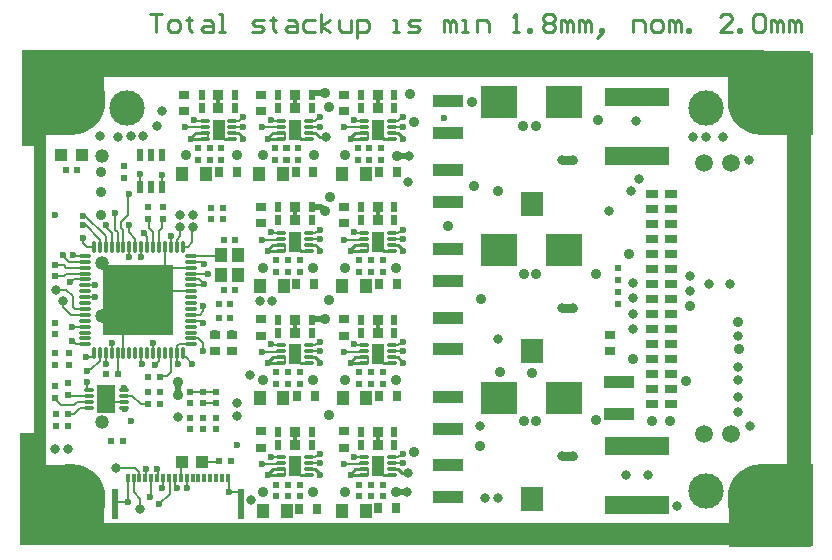
<source format=gtl>
G04 Layer_Physical_Order=1*
G04 Layer_Color=255*
%FSLAX25Y25*%
%MOIN*%
G70*
G01*
G75*
%ADD10R,0.12205X0.11024*%
%ADD11R,0.07480X0.07874*%
%ADD12R,0.00787X0.01969*%
%ADD13R,0.03937X0.06693*%
G04:AMPARAMS|DCode=14|XSize=11.81mil|YSize=31.5mil|CornerRadius=2.95mil|HoleSize=0mil|Usage=FLASHONLY|Rotation=270.000|XOffset=0mil|YOffset=0mil|HoleType=Round|Shape=RoundedRectangle|*
%AMROUNDEDRECTD14*
21,1,0.01181,0.02559,0,0,270.0*
21,1,0.00591,0.03150,0,0,270.0*
1,1,0.00591,-0.01280,-0.00295*
1,1,0.00591,-0.01280,0.00295*
1,1,0.00591,0.01280,0.00295*
1,1,0.00591,0.01280,-0.00295*
%
%ADD14ROUNDEDRECTD14*%
%ADD15R,0.04331X0.03937*%
%ADD16R,0.03543X0.03150*%
%ADD17R,0.02756X0.03543*%
%ADD18R,0.02362X0.03543*%
%ADD19R,0.03543X0.03543*%
%ADD20R,0.01181X0.01575*%
%ADD21R,0.04331X0.04724*%
%ADD22R,0.01181X0.02756*%
%ADD23R,0.02362X0.10236*%
%ADD24R,0.06496X0.09449*%
%ADD25R,0.23622X0.23622*%
G04:AMPARAMS|DCode=26|XSize=11.81mil|YSize=39.37mil|CornerRadius=4.72mil|HoleSize=0mil|Usage=FLASHONLY|Rotation=90.000|XOffset=0mil|YOffset=0mil|HoleType=Round|Shape=RoundedRectangle|*
%AMROUNDEDRECTD26*
21,1,0.01181,0.02992,0,0,90.0*
21,1,0.00236,0.03937,0,0,90.0*
1,1,0.00945,0.01496,0.00118*
1,1,0.00945,0.01496,-0.00118*
1,1,0.00945,-0.01496,-0.00118*
1,1,0.00945,-0.01496,0.00118*
%
%ADD26ROUNDEDRECTD26*%
G04:AMPARAMS|DCode=27|XSize=11.81mil|YSize=39.37mil|CornerRadius=4.72mil|HoleSize=0mil|Usage=FLASHONLY|Rotation=180.000|XOffset=0mil|YOffset=0mil|HoleType=Round|Shape=RoundedRectangle|*
%AMROUNDEDRECTD27*
21,1,0.01181,0.02992,0,0,180.0*
21,1,0.00236,0.03937,0,0,180.0*
1,1,0.00945,-0.00118,0.01496*
1,1,0.00945,0.00118,0.01496*
1,1,0.00945,0.00118,-0.01496*
1,1,0.00945,-0.00118,-0.01496*
%
%ADD27ROUNDEDRECTD27*%
%ADD28R,0.10236X0.04331*%
%ADD29R,0.02362X0.04134*%
%ADD30R,0.04488X0.02953*%
%ADD31R,0.02362X0.02362*%
%ADD32R,0.02362X0.02362*%
%ADD33R,0.03937X0.05118*%
%ADD34R,0.21260X0.05906*%
%ADD35C,0.00787*%
%ADD36C,0.01969*%
%ADD37C,0.00984*%
%ADD38C,0.00866*%
%ADD39C,0.03150*%
%ADD40C,0.01000*%
%ADD41R,0.16535X0.24213*%
%ADD42R,0.08169X1.32795*%
%ADD43R,0.27461X0.16535*%
%ADD44R,2.31299X0.07579*%
%ADD45R,0.03937X1.32677*%
%ADD46R,2.31693X0.09055*%
%ADD47C,0.04685*%
%ADD48C,0.11811*%
%ADD49C,0.23622*%
%ADD50C,0.05906*%
%ADD51C,0.03150*%
%ADD52C,0.03543*%
%ADD53C,0.02362*%
%ADD54C,0.02756*%
%ADD55R,0.06594X0.15354*%
%ADD56R,0.06594X0.21949*%
%ADD57R,0.06594X0.03543*%
%ADD58R,0.03543X0.06594*%
%ADD59R,0.05512X1.32795*%
%ADD60R,0.16535X0.27461*%
%ADD61R,0.25197X0.16535*%
%ADD62R,2.31299X0.04429*%
%ADD63R,2.31496X0.06299*%
D10*
X143237Y33757D02*
D03*
X164890D02*
D03*
Y82969D02*
D03*
X143237D02*
D03*
Y132182D02*
D03*
X164890D02*
D03*
D11*
X154063Y-101D02*
D03*
Y49111D02*
D03*
Y98324D02*
D03*
D12*
X46161Y121063D02*
D03*
X71752D02*
D03*
X99311D02*
D03*
Y83661D02*
D03*
X71752D02*
D03*
X99311Y46260D02*
D03*
X71752D02*
D03*
X99311Y8858D02*
D03*
X71752D02*
D03*
D13*
X49606Y123031D02*
D03*
X75197D02*
D03*
X102756D02*
D03*
Y85630D02*
D03*
X75197D02*
D03*
X102756Y48228D02*
D03*
X75197D02*
D03*
X102756Y10827D02*
D03*
X75197D02*
D03*
D14*
X44980Y120079D02*
D03*
Y122047D02*
D03*
Y124016D02*
D03*
Y125984D02*
D03*
X54232D02*
D03*
Y124016D02*
D03*
Y122047D02*
D03*
Y120079D02*
D03*
X70571D02*
D03*
Y122047D02*
D03*
Y124016D02*
D03*
Y125984D02*
D03*
X79823D02*
D03*
Y124016D02*
D03*
Y122047D02*
D03*
Y120079D02*
D03*
X98130D02*
D03*
Y122047D02*
D03*
Y124016D02*
D03*
Y125984D02*
D03*
X107382D02*
D03*
Y124016D02*
D03*
Y122047D02*
D03*
Y120079D02*
D03*
X98130Y82677D02*
D03*
Y84646D02*
D03*
Y86614D02*
D03*
Y88583D02*
D03*
X107382D02*
D03*
Y86614D02*
D03*
Y84646D02*
D03*
Y82677D02*
D03*
X70571D02*
D03*
Y84646D02*
D03*
Y86614D02*
D03*
Y88583D02*
D03*
X79823D02*
D03*
Y86614D02*
D03*
Y84646D02*
D03*
Y82677D02*
D03*
X98130Y45276D02*
D03*
Y47244D02*
D03*
Y49213D02*
D03*
Y51181D02*
D03*
X107382D02*
D03*
Y49213D02*
D03*
Y47244D02*
D03*
Y45276D02*
D03*
X70571D02*
D03*
Y47244D02*
D03*
Y49213D02*
D03*
Y51181D02*
D03*
X79823D02*
D03*
Y49213D02*
D03*
Y47244D02*
D03*
Y45276D02*
D03*
X98130Y7874D02*
D03*
Y9843D02*
D03*
Y11811D02*
D03*
Y13780D02*
D03*
X107382D02*
D03*
Y11811D02*
D03*
Y9843D02*
D03*
Y7874D02*
D03*
X70571D02*
D03*
Y9843D02*
D03*
Y11811D02*
D03*
Y13780D02*
D03*
X79823D02*
D03*
Y11811D02*
D03*
Y9843D02*
D03*
Y7874D02*
D03*
X6299Y30413D02*
D03*
Y32382D02*
D03*
Y34350D02*
D03*
Y36319D02*
D03*
X18110D02*
D03*
Y34350D02*
D03*
Y32382D02*
D03*
Y30413D02*
D03*
D15*
X3937Y114469D02*
D03*
X-2756D02*
D03*
X44094Y12402D02*
D03*
X37402D02*
D03*
D16*
X38189Y129232D02*
D03*
Y134744D02*
D03*
X63779Y129232D02*
D03*
Y134744D02*
D03*
X91339Y129232D02*
D03*
Y134744D02*
D03*
X63779Y91831D02*
D03*
Y97342D02*
D03*
X91339Y91831D02*
D03*
Y97342D02*
D03*
Y54429D02*
D03*
Y59941D02*
D03*
X63779Y54429D02*
D03*
Y59941D02*
D03*
Y17028D02*
D03*
Y22539D02*
D03*
X91339Y17028D02*
D03*
Y22539D02*
D03*
X53937Y54724D02*
D03*
Y49213D02*
D03*
X48425Y54724D02*
D03*
Y49213D02*
D03*
X180118Y49114D02*
D03*
Y54626D02*
D03*
D17*
X49705Y109055D02*
D03*
X55610D02*
D03*
X75295D02*
D03*
X81201D02*
D03*
X103051D02*
D03*
X108957D02*
D03*
X103051Y71653D02*
D03*
X108957D02*
D03*
X75492D02*
D03*
X81398D02*
D03*
X103248Y34252D02*
D03*
X109154D02*
D03*
X75689D02*
D03*
X81595D02*
D03*
X102854Y-3150D02*
D03*
X108760D02*
D03*
X76575Y-3248D02*
D03*
X82480D02*
D03*
D18*
X55020Y134547D02*
D03*
Y130217D02*
D03*
X43996D02*
D03*
Y134547D02*
D03*
X80610D02*
D03*
Y130217D02*
D03*
X69587D02*
D03*
Y134547D02*
D03*
X108169D02*
D03*
Y130217D02*
D03*
X97146D02*
D03*
Y134547D02*
D03*
X108169Y97146D02*
D03*
Y92815D02*
D03*
X97146D02*
D03*
Y97146D02*
D03*
X80610D02*
D03*
Y92815D02*
D03*
X69587D02*
D03*
Y97146D02*
D03*
X108169Y59744D02*
D03*
Y55413D02*
D03*
X97146D02*
D03*
Y59744D02*
D03*
X80610D02*
D03*
Y55413D02*
D03*
X69587D02*
D03*
Y59744D02*
D03*
X108169Y22343D02*
D03*
Y18012D02*
D03*
X97146D02*
D03*
Y22343D02*
D03*
X80610D02*
D03*
Y18012D02*
D03*
X69587D02*
D03*
Y22343D02*
D03*
D19*
X49508Y130217D02*
D03*
Y134547D02*
D03*
X75098Y130217D02*
D03*
Y134547D02*
D03*
X102657Y130217D02*
D03*
Y134547D02*
D03*
Y92815D02*
D03*
Y97146D02*
D03*
X75098Y92815D02*
D03*
Y97146D02*
D03*
X102657Y55413D02*
D03*
Y59744D02*
D03*
X75098Y55413D02*
D03*
Y59744D02*
D03*
X102657Y18012D02*
D03*
Y22343D02*
D03*
X75098Y18012D02*
D03*
Y22343D02*
D03*
D20*
X49508Y132382D02*
D03*
X75098D02*
D03*
X102657D02*
D03*
Y94980D02*
D03*
X75098D02*
D03*
X102657Y57579D02*
D03*
X75098D02*
D03*
X102657Y20177D02*
D03*
X75098D02*
D03*
D21*
X56004Y74606D02*
D03*
Y81299D02*
D03*
X50492D02*
D03*
Y74606D02*
D03*
D22*
X37008Y6890D02*
D03*
X35039D02*
D03*
X33071D02*
D03*
X31102D02*
D03*
X29134D02*
D03*
X27165D02*
D03*
X25197D02*
D03*
X23228D02*
D03*
X21260D02*
D03*
X19291D02*
D03*
X38976D02*
D03*
X40945D02*
D03*
X42913D02*
D03*
X44882D02*
D03*
X46850D02*
D03*
X48819D02*
D03*
X50787D02*
D03*
X52756D02*
D03*
D23*
X57087Y-1772D02*
D03*
X14961D02*
D03*
D24*
X12205Y33366D02*
D03*
D25*
X22835Y66240D02*
D03*
D26*
X5118Y51476D02*
D03*
Y53445D02*
D03*
Y55413D02*
D03*
Y57382D02*
D03*
Y59350D02*
D03*
Y61319D02*
D03*
Y63287D02*
D03*
Y65256D02*
D03*
Y67224D02*
D03*
Y69193D02*
D03*
Y71161D02*
D03*
Y73130D02*
D03*
Y75098D02*
D03*
Y77067D02*
D03*
Y79035D02*
D03*
Y81004D02*
D03*
X40551D02*
D03*
Y79035D02*
D03*
Y77067D02*
D03*
Y75098D02*
D03*
Y73130D02*
D03*
Y71161D02*
D03*
Y69193D02*
D03*
Y67224D02*
D03*
Y65256D02*
D03*
Y63287D02*
D03*
Y61319D02*
D03*
Y59350D02*
D03*
Y57382D02*
D03*
Y55413D02*
D03*
Y53445D02*
D03*
Y51476D02*
D03*
D27*
X8071Y83957D02*
D03*
X10039D02*
D03*
X12008D02*
D03*
X13976D02*
D03*
X15945D02*
D03*
X17913D02*
D03*
X19882D02*
D03*
X21850D02*
D03*
X23819D02*
D03*
X25787D02*
D03*
X27756D02*
D03*
X29724D02*
D03*
X31693D02*
D03*
X33661D02*
D03*
X35630D02*
D03*
X37598D02*
D03*
Y48524D02*
D03*
X35630D02*
D03*
X33661D02*
D03*
X31693D02*
D03*
X29724D02*
D03*
X27756D02*
D03*
X25787D02*
D03*
X23819D02*
D03*
X21850D02*
D03*
X19882D02*
D03*
X17913D02*
D03*
X15945D02*
D03*
X13976D02*
D03*
X12008D02*
D03*
X10039D02*
D03*
X8071D02*
D03*
D28*
X183071Y38780D02*
D03*
Y28150D02*
D03*
X125984Y11220D02*
D03*
Y591D02*
D03*
Y60433D02*
D03*
Y49803D02*
D03*
Y109646D02*
D03*
Y99016D02*
D03*
X126012Y34052D02*
D03*
Y23422D02*
D03*
Y83265D02*
D03*
Y72635D02*
D03*
Y132477D02*
D03*
Y121847D02*
D03*
D29*
X30807Y114567D02*
D03*
X27067D02*
D03*
X23327D02*
D03*
Y103937D02*
D03*
X27067D02*
D03*
X30807D02*
D03*
D30*
X194193Y31673D02*
D03*
Y36673D02*
D03*
Y41673D02*
D03*
Y46673D02*
D03*
Y51673D02*
D03*
Y56673D02*
D03*
Y61673D02*
D03*
Y66673D02*
D03*
Y71673D02*
D03*
Y76673D02*
D03*
Y81673D02*
D03*
Y86673D02*
D03*
Y91673D02*
D03*
Y96673D02*
D03*
Y101673D02*
D03*
X200335D02*
D03*
Y96673D02*
D03*
Y91673D02*
D03*
Y86673D02*
D03*
Y81673D02*
D03*
Y76673D02*
D03*
Y71673D02*
D03*
Y66673D02*
D03*
Y61673D02*
D03*
Y56673D02*
D03*
Y51673D02*
D03*
Y46673D02*
D03*
Y41673D02*
D03*
Y36673D02*
D03*
Y31673D02*
D03*
D31*
X182677Y65059D02*
D03*
Y68996D02*
D03*
Y76772D02*
D03*
Y72835D02*
D03*
X44390Y27067D02*
D03*
Y23130D02*
D03*
X40157Y27067D02*
D03*
Y23130D02*
D03*
X48622D02*
D03*
Y27067D02*
D03*
X51181Y97047D02*
D03*
Y93110D02*
D03*
X46949D02*
D03*
Y97047D02*
D03*
X-4823Y78051D02*
D03*
Y74114D02*
D03*
X-4921Y54823D02*
D03*
Y58760D02*
D03*
Y48622D02*
D03*
Y44685D02*
D03*
Y33563D02*
D03*
Y37500D02*
D03*
X-295Y44685D02*
D03*
Y48622D02*
D03*
X31102Y93307D02*
D03*
Y97244D02*
D03*
X26181D02*
D03*
Y93307D02*
D03*
X-492Y34646D02*
D03*
Y38583D02*
D03*
X18209Y110925D02*
D03*
Y106988D02*
D03*
X68799Y4724D02*
D03*
Y787D02*
D03*
X96358D02*
D03*
Y4724D02*
D03*
X68799Y42126D02*
D03*
Y38189D02*
D03*
X96358D02*
D03*
Y42126D02*
D03*
X68799Y79528D02*
D03*
Y75591D02*
D03*
X96358D02*
D03*
Y79528D02*
D03*
X96063Y116929D02*
D03*
Y112992D02*
D03*
X68504D02*
D03*
Y116929D02*
D03*
X42913D02*
D03*
Y112992D02*
D03*
X76870Y787D02*
D03*
Y4724D02*
D03*
X104429D02*
D03*
Y787D02*
D03*
X76870Y38189D02*
D03*
Y42126D02*
D03*
X104429D02*
D03*
Y38189D02*
D03*
X76870Y75591D02*
D03*
Y79528D02*
D03*
X104429D02*
D03*
Y75591D02*
D03*
X103740Y112992D02*
D03*
Y116929D02*
D03*
X76181D02*
D03*
Y112992D02*
D03*
X50590D02*
D03*
Y116929D02*
D03*
X44390Y35728D02*
D03*
Y31791D02*
D03*
X40157Y35728D02*
D03*
Y31791D02*
D03*
X48622D02*
D03*
Y35728D02*
D03*
X72835Y4724D02*
D03*
Y787D02*
D03*
X100394D02*
D03*
Y4724D02*
D03*
X72835Y42126D02*
D03*
Y38189D02*
D03*
X100394D02*
D03*
Y42126D02*
D03*
X72835Y79528D02*
D03*
Y75591D02*
D03*
X100394D02*
D03*
Y79528D02*
D03*
X99902Y116929D02*
D03*
Y112992D02*
D03*
X72342D02*
D03*
Y116929D02*
D03*
X46752D02*
D03*
Y112992D02*
D03*
D32*
X13780Y19193D02*
D03*
X17717D02*
D03*
X49606Y60433D02*
D03*
X53543D02*
D03*
X49902Y12598D02*
D03*
X53839D02*
D03*
X51279Y69685D02*
D03*
X55216D02*
D03*
X51279Y86221D02*
D03*
X55216D02*
D03*
X53543Y64961D02*
D03*
X49606D02*
D03*
X-492Y24409D02*
D03*
X-4429D02*
D03*
X26083Y40551D02*
D03*
X30020D02*
D03*
X16142Y41634D02*
D03*
X12205D02*
D03*
X2559Y109646D02*
D03*
X-1378D02*
D03*
X-492Y28346D02*
D03*
X-4429D02*
D03*
X30020Y35630D02*
D03*
X26083D02*
D03*
X30020Y31496D02*
D03*
X26083D02*
D03*
D33*
X64468Y-3937D02*
D03*
X72342D02*
D03*
X63287Y33465D02*
D03*
X71161D02*
D03*
X90945D02*
D03*
X98819D02*
D03*
X63386Y70866D02*
D03*
X71260D02*
D03*
X90847D02*
D03*
X98721D02*
D03*
X90847Y108268D02*
D03*
X98721D02*
D03*
X63090D02*
D03*
X70965D02*
D03*
X37500D02*
D03*
X45374D02*
D03*
X90748Y-3937D02*
D03*
X98622D02*
D03*
D34*
X188976Y133858D02*
D03*
Y114173D02*
D03*
Y-1969D02*
D03*
Y17717D02*
D03*
D35*
X23031Y7283D02*
X23425Y6890D01*
X33268Y1575D02*
Y6890D01*
X29823Y-1870D02*
X33268Y1575D01*
X31102Y6693D02*
X31299Y6890D01*
X31102Y3937D02*
Y6693D01*
X30906Y3740D02*
X31102Y3937D01*
X21260Y5906D02*
X21457Y6102D01*
X21260Y2264D02*
Y5906D01*
Y2264D02*
X23425Y98D01*
X52953Y2264D02*
Y6890D01*
X4429Y85335D02*
Y86910D01*
X4872Y94636D02*
X12008Y87500D01*
X54232Y124016D02*
X57874D01*
X57480Y127165D02*
X57874D01*
X56299Y125984D02*
X57480Y127165D01*
X54232Y125984D02*
X56299D01*
X41831D02*
X44980D01*
X41535Y126279D02*
X41831Y125984D01*
X38386Y123819D02*
X44882D01*
X79823Y124016D02*
X83464D01*
X83071Y127165D02*
X83465D01*
X81890Y125984D02*
X83071Y127165D01*
X79823Y125984D02*
X81890D01*
X63976Y123819D02*
X70472D01*
X107382Y124016D02*
X111024D01*
X110630Y127165D02*
X111024D01*
X109449Y125984D02*
X110630Y127165D01*
X107382Y125984D02*
X109449D01*
X94980D02*
X98130D01*
X94685Y126279D02*
X94980Y125984D01*
X91535Y123819D02*
X98032D01*
X79823Y86614D02*
X83464D01*
X83071Y89764D02*
X83465D01*
X81890Y88583D02*
X83071Y89764D01*
X79823Y88583D02*
X81890D01*
X67421D02*
X70571D01*
X67126Y88878D02*
X67421Y88583D01*
X63976Y86417D02*
X70472D01*
X107382Y86614D02*
X111024D01*
X110630Y89764D02*
X111024D01*
X109449Y88583D02*
X110630Y89764D01*
X107382Y88583D02*
X109449D01*
X94980D02*
X98130D01*
X94685Y88878D02*
X94980Y88583D01*
X91535Y86417D02*
X98032D01*
X107382Y49213D02*
X111024D01*
X110630Y52362D02*
X111024D01*
X109449Y51181D02*
X110630Y52362D01*
X107382Y51181D02*
X109449D01*
X94980D02*
X98130D01*
X94685Y51476D02*
X94980Y51181D01*
X91535Y49016D02*
X98032D01*
X79823Y49213D02*
X83464D01*
X83071Y52362D02*
X83465D01*
X81890Y51181D02*
X83071Y52362D01*
X79823Y51181D02*
X81890D01*
X67421D02*
X70571D01*
X67126Y51476D02*
X67421Y51181D01*
X63976Y49016D02*
X70472D01*
X79823Y11811D02*
X83464D01*
X83071Y14961D02*
X83465D01*
X81890Y13780D02*
X83071Y14961D01*
X79823Y13780D02*
X81890D01*
X67421D02*
X70571D01*
X67126Y14075D02*
X67421Y13780D01*
X63976Y11614D02*
X70472D01*
X94980Y13780D02*
X98130D01*
X94685Y14075D02*
X94980Y13780D01*
X110630Y14961D02*
X111024D01*
X109449Y13780D02*
X110630Y14961D01*
X107382Y13780D02*
X109449D01*
X107382Y11811D02*
X111024D01*
X91535Y11614D02*
X98032D01*
X-1083Y77067D02*
X5118D01*
X-492Y28346D02*
X1280D01*
X3347Y30413D01*
X6299D01*
X10039Y46063D02*
Y48524D01*
X7087Y43110D02*
X10039Y46063D01*
X5906Y43110D02*
X7087D01*
X5610Y42815D02*
X5906Y43110D01*
X5610Y36319D02*
X6299D01*
X5610D02*
Y38780D01*
X23622Y31594D02*
X25295D01*
X20866Y34350D02*
X23622Y31594D01*
X-4921Y33169D02*
Y33563D01*
Y33169D02*
X-3051Y31299D01*
X33661Y83957D02*
Y88287D01*
X44291Y49114D02*
Y52067D01*
X42913Y53445D02*
X44291Y52067D01*
X40551Y53445D02*
X42913D01*
X40354Y51673D02*
X40551Y51476D01*
X36319Y51673D02*
X40354D01*
X35630Y50984D02*
X36319Y51673D01*
X35630Y48524D02*
Y50984D01*
X12008Y84350D02*
X12205Y84154D01*
X12008Y83957D02*
X12205Y84154D01*
X44488Y62500D02*
Y64370D01*
X12008Y83957D02*
X12008Y83957D01*
X1181Y81004D02*
X5118D01*
X8071Y47244D02*
Y48524D01*
X5413Y47244D02*
X8071D01*
X23425Y-3248D02*
Y98D01*
X787Y52658D02*
X1969Y51476D01*
X5118D01*
X43307Y61319D02*
X44488Y62500D01*
X43307Y59350D02*
X43898Y58760D01*
X40748Y61319D02*
X43307D01*
X40748Y59350D02*
X43307D01*
X23819Y45472D02*
Y48524D01*
X39173Y3740D02*
Y6890D01*
X25394D02*
Y9843D01*
X-197Y34350D02*
X6299D01*
X2461Y32382D02*
X6299D01*
X1378Y31299D02*
X2461Y32382D01*
X-3051Y31299D02*
X1378D01*
X15945Y41634D02*
Y48524D01*
X17913D02*
Y61319D01*
X29331Y6890D02*
Y9843D01*
X35236Y4134D02*
Y6890D01*
Y4134D02*
X35630Y3740D01*
X886Y57382D02*
X5118D01*
X12008Y45079D02*
Y48524D01*
X13976Y48524D02*
Y51968D01*
X13189Y32382D02*
X18110D01*
Y34350D02*
X20866D01*
X33661Y77067D02*
X40551D01*
Y79035D02*
X43701D01*
X40551Y81004D02*
X48524D01*
X25787Y69193D02*
X40551D01*
Y75098D02*
X46063D01*
X40551Y73130D02*
X43110D01*
X45079Y71161D01*
X40551D02*
X45079D01*
X31693Y75098D02*
Y83957D01*
X29724D02*
Y89173D01*
X37205Y6890D02*
Y12205D01*
X44094Y12402D02*
X49705D01*
X15453Y10236D02*
X21752D01*
X27165Y787D02*
Y6988D01*
X19390Y-984D02*
Y6890D01*
X16043Y-984D02*
X19390D01*
X52953Y2264D02*
X52953Y2264D01*
X52953Y2264D02*
X56988D01*
X23031Y7283D02*
Y8957D01*
X21752Y10236D02*
X23031Y8957D01*
X23327Y103937D02*
Y108169D01*
X30807Y103937D02*
Y108071D01*
X29724Y89173D02*
X30807Y90256D01*
Y93307D01*
X26476Y90354D02*
Y93307D01*
Y90354D02*
X27756Y89075D01*
Y83957D02*
Y89075D01*
X27756Y48327D02*
Y51772D01*
X21850Y83957D02*
Y86713D01*
X12008Y84350D02*
Y87500D01*
X4429Y85335D02*
X5709Y84055D01*
X8071D01*
Y84646D01*
X19685Y91142D02*
X19685Y88878D01*
X21850Y86713D01*
X15256Y89567D02*
Y95177D01*
Y89567D02*
X15945Y88878D01*
Y83957D02*
Y88878D01*
X12303Y90158D02*
Y90945D01*
Y90158D02*
X13976Y88484D01*
Y83957D02*
Y88484D01*
X19882Y80905D02*
Y83957D01*
X17913D02*
Y89468D01*
X17126Y90256D02*
X17913Y89468D01*
X17126Y90256D02*
Y92126D01*
X19587Y94587D01*
Y101378D01*
X67421Y125984D02*
X70571D01*
X67126Y126279D02*
X67421Y125984D01*
X43701Y79035D02*
X44587Y78150D01*
X44783D01*
X44390Y31791D02*
X48622D01*
X40157Y35728D02*
X44390D01*
X48622D01*
X23819Y80709D02*
Y83957D01*
X25787D02*
Y87402D01*
X24705Y88484D02*
X25787Y87402D01*
X-2067Y78051D02*
X-1083Y77067D01*
X-4823Y78051D02*
X-2067D01*
X-4823Y74114D02*
X-2067D01*
X4528Y91142D02*
X5315D01*
X10039Y86417D01*
Y83957D02*
Y86417D01*
X1378Y73130D02*
X5118D01*
X3543Y71161D02*
X5118D01*
X8169D01*
X689Y72441D02*
X1378Y73130D01*
X-2067Y74114D02*
X-1083Y75098D01*
X5118D01*
X-2362Y81102D02*
X-98Y78839D01*
X4921D01*
X5118Y79035D01*
X-4626Y69587D02*
X-1122D01*
X984Y67480D01*
Y64075D02*
Y67480D01*
Y64075D02*
X1772Y63287D01*
X5118D01*
X-2165Y63878D02*
Y65847D01*
Y63878D02*
X394Y61319D01*
X5118D01*
X5217Y67224D02*
X8268D01*
X29724Y45965D02*
Y48524D01*
X35630Y45374D02*
X36122Y44882D01*
X35630Y45374D02*
Y48524D01*
X38681Y47146D02*
X40846Y44980D01*
X37894Y47146D02*
X38681D01*
X35630Y83957D02*
Y86319D01*
X36909Y87598D01*
Y90453D01*
X37598Y83957D02*
X39272D01*
X40846Y85532D01*
Y90551D01*
X28346Y44587D02*
X29724Y45965D01*
X33661Y42323D02*
Y48524D01*
X30020Y40551D02*
X30512Y41043D01*
X30709D02*
X32382D01*
X33661Y42323D01*
D36*
X83858Y97146D02*
X85138Y95866D01*
X81299Y97146D02*
X83858D01*
X80905Y96752D02*
X81299Y97146D01*
X36122Y34744D02*
Y38780D01*
X108661Y2264D02*
X112500D01*
X108760Y114370D02*
X112992D01*
X80807Y59941D02*
X84941D01*
X80905Y135039D02*
X81102Y135236D01*
X85236D01*
D37*
X66043Y7874D02*
X70571D01*
X65748D02*
X66043D01*
X93602D02*
X98130D01*
X93307D02*
X93602D01*
Y45276D02*
X98130D01*
X93307D02*
X93602D01*
X66043D02*
X70571D01*
X65748D02*
X66043D01*
Y82677D02*
X70571D01*
X65748D02*
X66043D01*
X93602D02*
X98130D01*
X93307D02*
X93602D01*
Y120079D02*
X98130D01*
X93307D02*
X93602D01*
X66043D02*
X70571D01*
X65748D02*
X66043D01*
X40453D02*
X44980D01*
X40157D02*
X40453D01*
X42028Y122047D02*
X44980D01*
X40551Y120571D02*
X42028Y122047D01*
X67618D02*
X70571D01*
X66142Y120571D02*
X67618Y122047D01*
X95177D02*
X98130D01*
X93701Y120571D02*
X95177Y122047D01*
X67618Y84646D02*
X70571D01*
X66142Y83169D02*
X67618Y84646D01*
X95177D02*
X98130D01*
X93701Y83169D02*
X95177Y84646D01*
Y47244D02*
X98130D01*
X93701Y45768D02*
X95177Y47244D01*
X67618D02*
X70571D01*
X66142Y45768D02*
X67618Y47244D01*
Y9843D02*
X70571D01*
X66142Y8366D02*
X67618Y9843D01*
X93701Y8366D02*
X95177Y9843D01*
X98130D01*
D38*
X110728Y8465D02*
X112795D01*
X56201Y122047D02*
X57677Y120571D01*
X54232Y122047D02*
X56201D01*
X51476Y120079D02*
X54232D01*
X50984Y120571D02*
X51476Y120079D01*
X83268Y120571D02*
X85433D01*
X81791Y122047D02*
X83268Y120571D01*
X79823Y122047D02*
X81791D01*
X77067Y120079D02*
X79823D01*
X76575Y120571D02*
X77067Y120079D01*
X109350Y122047D02*
X110827Y120571D01*
X107382Y122047D02*
X109350D01*
X104626Y120079D02*
X107382D01*
X104134Y120571D02*
X104626Y120079D01*
X81791Y84646D02*
X83268Y83169D01*
X79823Y84646D02*
X81791D01*
X77067Y82677D02*
X79823D01*
X76575Y83169D02*
X77067Y82677D01*
X109350Y84646D02*
X110827Y83169D01*
X107382Y84646D02*
X109350D01*
X104626Y82677D02*
X107382D01*
X104134Y83169D02*
X104626Y82677D01*
X109350Y47244D02*
X110827Y45768D01*
X107382Y47244D02*
X109350D01*
X104626Y45276D02*
X107382D01*
X104134Y45768D02*
X104626Y45276D01*
X81791Y47244D02*
X83268Y45768D01*
X79823Y47244D02*
X81791D01*
X77067Y45276D02*
X79823D01*
X76575Y45768D02*
X77067Y45276D01*
X81791Y9843D02*
X83268Y8366D01*
X79823Y9843D02*
X81791D01*
X77067Y7874D02*
X79823D01*
X76575Y8366D02*
X77067Y7874D01*
X109350Y9843D02*
X110728Y8465D01*
X107382Y9843D02*
X109350D01*
X104134Y8366D02*
X104626Y7874D01*
X107382D01*
X83268Y8366D02*
X83465D01*
X110827Y45768D02*
X111024D01*
X83268D02*
X83465D01*
X83268Y83169D02*
X83465D01*
X110827D02*
X111024D01*
X110827Y120571D02*
X111024D01*
X57677D02*
X57874D01*
D39*
X164173Y112795D02*
X167815D01*
X164173Y63583D02*
X167815D01*
X164173Y14370D02*
X167815D01*
D40*
X26772Y161510D02*
X30770D01*
X28771D01*
Y155512D01*
X33769D02*
X35769D01*
X36768Y156511D01*
Y158511D01*
X35769Y159511D01*
X33769D01*
X32770Y158511D01*
Y156511D01*
X33769Y155512D01*
X39768Y160510D02*
Y159511D01*
X38768D01*
X40767D01*
X39768D01*
Y156511D01*
X40767Y155512D01*
X44766Y159511D02*
X46765D01*
X47765Y158511D01*
Y155512D01*
X44766D01*
X43766Y156511D01*
X44766Y157511D01*
X47765D01*
X49764Y155512D02*
X51764D01*
X50764D01*
Y161510D01*
X49764D01*
X60761Y155512D02*
X63760D01*
X64759Y156511D01*
X63760Y157511D01*
X61760D01*
X60761Y158511D01*
X61760Y159511D01*
X64759D01*
X67758Y160510D02*
Y159511D01*
X66759D01*
X68758D01*
X67758D01*
Y156511D01*
X68758Y155512D01*
X72757Y159511D02*
X74756D01*
X75756Y158511D01*
Y155512D01*
X72757D01*
X71757Y156511D01*
X72757Y157511D01*
X75756D01*
X81754Y159511D02*
X78755D01*
X77755Y158511D01*
Y156511D01*
X78755Y155512D01*
X81754D01*
X83753D02*
Y161510D01*
Y157511D02*
X86752Y159511D01*
X83753Y157511D02*
X86752Y155512D01*
X89751Y159511D02*
Y156511D01*
X90751Y155512D01*
X93750D01*
Y159511D01*
X95749Y153513D02*
Y159511D01*
X98748D01*
X99748Y158511D01*
Y156511D01*
X98748Y155512D01*
X95749D01*
X107746D02*
X109745D01*
X108745D01*
Y159511D01*
X107746D01*
X112744Y155512D02*
X115743D01*
X116743Y156511D01*
X115743Y157511D01*
X113743D01*
X112744Y158511D01*
X113743Y159511D01*
X116743D01*
X124740Y155512D02*
Y159511D01*
X125740D01*
X126739Y158511D01*
Y155512D01*
Y158511D01*
X127739Y159511D01*
X128739Y158511D01*
Y155512D01*
X130738D02*
X132737D01*
X131738D01*
Y159511D01*
X130738D01*
X135736Y155512D02*
Y159511D01*
X138735D01*
X139735Y158511D01*
Y155512D01*
X147732D02*
X149732D01*
X148732D01*
Y161510D01*
X147732Y160510D01*
X152731Y155512D02*
Y156511D01*
X153731D01*
Y155512D01*
X152731D01*
X157729Y160510D02*
X158729Y161510D01*
X160728D01*
X161728Y160510D01*
Y159511D01*
X160728Y158511D01*
X161728Y157511D01*
Y156511D01*
X160728Y155512D01*
X158729D01*
X157729Y156511D01*
Y157511D01*
X158729Y158511D01*
X157729Y159511D01*
Y160510D01*
X158729Y158511D02*
X160728D01*
X163727Y155512D02*
Y159511D01*
X164727D01*
X165727Y158511D01*
Y155512D01*
Y158511D01*
X166726Y159511D01*
X167726Y158511D01*
Y155512D01*
X169725D02*
Y159511D01*
X170725D01*
X171725Y158511D01*
Y155512D01*
Y158511D01*
X172724Y159511D01*
X173724Y158511D01*
Y155512D01*
X176723Y154512D02*
X177723Y155512D01*
Y156511D01*
X176723D01*
Y155512D01*
X177723D01*
X176723Y154512D01*
X175724Y153513D01*
X187720Y155512D02*
Y159511D01*
X190719D01*
X191718Y158511D01*
Y155512D01*
X194717D02*
X196717D01*
X197716Y156511D01*
Y158511D01*
X196717Y159511D01*
X194717D01*
X193718Y158511D01*
Y156511D01*
X194717Y155512D01*
X199716D02*
Y159511D01*
X200715D01*
X201715Y158511D01*
Y155512D01*
Y158511D01*
X202715Y159511D01*
X203714Y158511D01*
Y155512D01*
X205714D02*
Y156511D01*
X206713D01*
Y155512D01*
X205714D01*
X220709D02*
X216710D01*
X220709Y159511D01*
Y160510D01*
X219709Y161510D01*
X217710D01*
X216710Y160510D01*
X222708Y155512D02*
Y156511D01*
X223708D01*
Y155512D01*
X222708D01*
X227707Y160510D02*
X228706Y161510D01*
X230706D01*
X231705Y160510D01*
Y156511D01*
X230706Y155512D01*
X228706D01*
X227707Y156511D01*
Y160510D01*
X233705Y155512D02*
Y159511D01*
X234704D01*
X235704Y158511D01*
Y155512D01*
Y158511D01*
X236704Y159511D01*
X237703Y158511D01*
Y155512D01*
X239703D02*
Y159511D01*
X240702D01*
X241702Y158511D01*
Y155512D01*
Y158511D01*
X242702Y159511D01*
X243702Y158511D01*
Y155512D01*
D41*
X-8366Y-689D02*
D03*
Y-3248D02*
D03*
D42*
X243160Y66476D02*
D03*
D43*
X-2116Y-7185D02*
D03*
Y141240D02*
D03*
X233317Y-7579D02*
D03*
X233219Y141043D02*
D03*
D44*
X116043Y-11565D02*
D03*
D45*
X-9744Y66339D02*
D03*
D46*
X115551Y145079D02*
D03*
D47*
X10630Y61024D02*
D03*
Y25591D02*
D03*
Y78740D02*
D03*
Y114173D02*
D03*
D48*
X19153Y130177D02*
D03*
X212067Y2618D02*
D03*
Y130177D02*
D03*
D49*
X231221Y0D02*
D03*
Y132795D02*
D03*
X0D02*
D03*
Y0D02*
D03*
D50*
X220295Y111909D02*
D03*
Y21437D02*
D03*
X211398D02*
D03*
Y111909D02*
D03*
D51*
X222835Y54134D02*
D03*
X202362Y-2461D02*
D03*
X187697Y61516D02*
D03*
X136811Y24114D02*
D03*
X138484Y197D02*
D03*
X10039Y120965D02*
D03*
X16240Y120768D02*
D03*
X20374Y120866D02*
D03*
X59941Y41240D02*
D03*
X220079Y71653D02*
D03*
X213189Y71555D02*
D03*
X189862Y106693D02*
D03*
X55709Y32087D02*
D03*
X35925Y27362D02*
D03*
X55709Y27657D02*
D03*
X222736Y39469D02*
D03*
X222835Y33858D02*
D03*
X24508Y120866D02*
D03*
X67323Y65945D02*
D03*
X63386D02*
D03*
X112500Y2264D02*
D03*
X212008Y120571D02*
D03*
X207874D02*
D03*
X167815Y112795D02*
D03*
X164173D02*
D03*
X167815Y63583D02*
D03*
X164173D02*
D03*
X142913Y53347D02*
D03*
X-689Y16535D02*
D03*
X28937Y124213D02*
D03*
X217618Y120571D02*
D03*
X14469Y142421D02*
D03*
X-4823Y16634D02*
D03*
X15453Y10236D02*
D03*
X212008Y-9744D02*
D03*
X240945Y113189D02*
D03*
X217421Y142421D02*
D03*
X-9744Y120669D02*
D03*
X240846Y12598D02*
D03*
X142717Y197D02*
D03*
X164173Y14370D02*
D03*
X167815D02*
D03*
X192815Y7874D02*
D03*
X188779Y125787D02*
D03*
X187697Y56673D02*
D03*
Y66923D02*
D03*
X187008Y102461D02*
D03*
X206693Y74213D02*
D03*
X179626Y95965D02*
D03*
X187697Y72047D02*
D03*
X112795Y8465D02*
D03*
X85433Y120571D02*
D03*
X30610Y129232D02*
D03*
X112992Y114370D02*
D03*
X226378Y112992D02*
D03*
X122343Y142421D02*
D03*
X23327Y-3248D02*
D03*
X60532Y-492D02*
D03*
X226673Y24409D02*
D03*
X222835Y44094D02*
D03*
X-4626Y69587D02*
D03*
X-2165Y65847D02*
D03*
X185433Y7874D02*
D03*
X206693Y69193D02*
D03*
X222835Y29035D02*
D03*
X184646Y142618D02*
D03*
X40945Y90551D02*
D03*
X36909Y90453D02*
D03*
X40945Y94488D02*
D03*
X36909D02*
D03*
X10925Y-9744D02*
D03*
X112795Y105512D02*
D03*
D52*
X222933Y50000D02*
D03*
X86614Y100689D02*
D03*
X85138Y95866D02*
D03*
X222835Y58858D02*
D03*
X36122Y38780D02*
D03*
X108661Y39665D02*
D03*
Y77067D02*
D03*
X176181Y126181D02*
D03*
X10531Y109055D02*
D03*
Y102264D02*
D03*
X205315Y39272D02*
D03*
X200098Y25886D02*
D03*
X36122Y34744D02*
D03*
X134843Y104134D02*
D03*
X142913Y102559D02*
D03*
X155315Y124311D02*
D03*
X175295Y75000D02*
D03*
X155315Y75098D02*
D03*
X38681Y114469D02*
D03*
X64272D02*
D03*
X91831D02*
D03*
X81102Y77067D02*
D03*
X64272D02*
D03*
X91831D02*
D03*
Y39665D02*
D03*
X81102D02*
D03*
X64272D02*
D03*
X81102Y2264D02*
D03*
X64272D02*
D03*
X91831D02*
D03*
X108661D02*
D03*
X143307Y42323D02*
D03*
X133957Y132283D02*
D03*
X86319Y66240D02*
D03*
X113287Y135039D02*
D03*
X155315Y25886D02*
D03*
X175295Y26181D02*
D03*
X154134Y41831D02*
D03*
X194193Y25886D02*
D03*
X187697Y46654D02*
D03*
X206693Y64173D02*
D03*
X114862Y15748D02*
D03*
Y125689D02*
D03*
X55807Y114469D02*
D03*
X81398Y114567D02*
D03*
X109153Y114370D02*
D03*
X151181Y124311D02*
D03*
X137106Y66732D02*
D03*
X151378Y25886D02*
D03*
X151279Y75000D02*
D03*
X10433Y94587D02*
D03*
X84941Y59941D02*
D03*
X86417Y130610D02*
D03*
X85236Y135236D02*
D03*
X186516Y81595D02*
D03*
X136811Y17618D02*
D03*
X86319Y27953D02*
D03*
X126083Y90847D02*
D03*
D53*
X29724Y-1870D02*
D03*
X19390Y-1083D02*
D03*
X200787Y86713D02*
D03*
X111024Y11811D02*
D03*
X97146Y17618D02*
D03*
X66043Y7874D02*
D03*
X182677Y65059D02*
D03*
Y68996D02*
D03*
Y72835D02*
D03*
Y76772D02*
D03*
X69587Y18012D02*
D03*
X161516Y132185D02*
D03*
X164890Y132182D02*
D03*
X161516Y82972D02*
D03*
X164890Y82969D02*
D03*
X139961Y132185D02*
D03*
X143237Y132182D02*
D03*
X154063Y98324D02*
D03*
X139862Y82972D02*
D03*
X143237Y82969D02*
D03*
X154063Y49111D02*
D03*
X140059Y33760D02*
D03*
X143237Y33757D02*
D03*
X154063Y-101D02*
D03*
X42815Y112992D02*
D03*
Y116929D02*
D03*
X50492D02*
D03*
Y112992D02*
D03*
X55020Y135039D02*
D03*
Y129823D02*
D03*
X49705Y109055D02*
D03*
X57874Y120079D02*
D03*
Y124016D02*
D03*
Y127165D02*
D03*
X41535Y126279D02*
D03*
X38386Y123819D02*
D03*
X40453Y120079D02*
D03*
X55610Y109055D02*
D03*
X49508Y135039D02*
D03*
X49606Y124803D02*
D03*
Y121653D02*
D03*
X49508Y129823D02*
D03*
X46654Y116929D02*
D03*
Y112992D02*
D03*
X68405D02*
D03*
Y116929D02*
D03*
X76083D02*
D03*
X80610Y129823D02*
D03*
X75295Y109055D02*
D03*
X83465Y124016D02*
D03*
Y127165D02*
D03*
X63976Y123819D02*
D03*
X66043Y120079D02*
D03*
X81201Y109055D02*
D03*
X75098Y135039D02*
D03*
X75197Y124803D02*
D03*
Y121653D02*
D03*
X75098Y129823D02*
D03*
X72244Y116929D02*
D03*
Y112992D02*
D03*
X95965D02*
D03*
Y116929D02*
D03*
X91339Y129232D02*
D03*
Y134744D02*
D03*
X103642Y116929D02*
D03*
Y112992D02*
D03*
X103051Y109055D02*
D03*
X111024Y120079D02*
D03*
Y124016D02*
D03*
Y127165D02*
D03*
X94685Y126279D02*
D03*
X91535Y123819D02*
D03*
X93602Y120079D02*
D03*
X108957Y109055D02*
D03*
X102756Y124803D02*
D03*
Y121653D02*
D03*
X102657Y129823D02*
D03*
X99803Y116929D02*
D03*
Y112992D02*
D03*
X68799Y75591D02*
D03*
Y79528D02*
D03*
X63779Y91831D02*
D03*
Y97342D02*
D03*
X76870Y79528D02*
D03*
Y75591D02*
D03*
X80610Y92815D02*
D03*
X75492Y71653D02*
D03*
X83465Y82677D02*
D03*
Y86614D02*
D03*
Y89764D02*
D03*
X67126Y88878D02*
D03*
X63976Y86417D02*
D03*
X66043Y82677D02*
D03*
X81398Y71653D02*
D03*
X75098Y97539D02*
D03*
X75197Y87402D02*
D03*
Y84252D02*
D03*
X75098Y92815D02*
D03*
X72835Y79528D02*
D03*
Y75591D02*
D03*
X96358D02*
D03*
Y79528D02*
D03*
X91339Y91831D02*
D03*
X104429Y79528D02*
D03*
Y75591D02*
D03*
X108169Y97638D02*
D03*
Y92815D02*
D03*
X103051Y71653D02*
D03*
X111024Y82677D02*
D03*
Y86614D02*
D03*
Y89764D02*
D03*
X94685Y88878D02*
D03*
X91535Y86417D02*
D03*
X93602Y82677D02*
D03*
X108957Y71653D02*
D03*
X102657Y97638D02*
D03*
X102756Y87402D02*
D03*
Y84252D02*
D03*
X102657Y92815D02*
D03*
X100394Y79528D02*
D03*
Y75591D02*
D03*
X96358Y38189D02*
D03*
Y42126D02*
D03*
X104429D02*
D03*
Y38189D02*
D03*
X108169Y60236D02*
D03*
Y55413D02*
D03*
X97146D02*
D03*
X103248Y34252D02*
D03*
X111024Y45276D02*
D03*
Y49213D02*
D03*
Y52362D02*
D03*
X94685Y51476D02*
D03*
X91535Y49016D02*
D03*
X93602Y45276D02*
D03*
X109154Y34252D02*
D03*
X102657Y60236D02*
D03*
X102756Y50000D02*
D03*
Y46850D02*
D03*
X102657Y55413D02*
D03*
X100394Y42126D02*
D03*
Y38189D02*
D03*
X68799D02*
D03*
Y42126D02*
D03*
X63779Y54429D02*
D03*
Y59941D02*
D03*
X76870Y42126D02*
D03*
Y38189D02*
D03*
X80610Y55413D02*
D03*
X69587D02*
D03*
X75689Y34252D02*
D03*
X83465Y45276D02*
D03*
Y49213D02*
D03*
Y52362D02*
D03*
X67126Y51476D02*
D03*
X63976Y49016D02*
D03*
X66043Y45276D02*
D03*
X81595Y34252D02*
D03*
X75197Y50000D02*
D03*
Y46850D02*
D03*
X75098Y55413D02*
D03*
X72835Y42126D02*
D03*
Y38189D02*
D03*
X68799Y787D02*
D03*
Y4724D02*
D03*
X63779Y17028D02*
D03*
Y22539D02*
D03*
X76870Y4724D02*
D03*
Y787D02*
D03*
X80610Y18012D02*
D03*
X76575Y-3248D02*
D03*
X83465Y7874D02*
D03*
Y11811D02*
D03*
Y14961D02*
D03*
X67126Y14075D02*
D03*
X63976Y11614D02*
D03*
X82480Y-3248D02*
D03*
X75197Y12598D02*
D03*
Y9449D02*
D03*
X75098Y18012D02*
D03*
X72835Y4724D02*
D03*
Y787D02*
D03*
X64665Y-3150D02*
D03*
X94685Y14075D02*
D03*
X91535Y11614D02*
D03*
X96358Y4724D02*
D03*
Y787D02*
D03*
X104429Y4724D02*
D03*
X111024Y14961D02*
D03*
X104429Y787D02*
D03*
X102854Y-3150D02*
D03*
X108760D02*
D03*
X93602Y7874D02*
D03*
X100394Y787D02*
D03*
Y4724D02*
D03*
X102756Y12598D02*
D03*
Y9449D02*
D03*
X102657Y22736D02*
D03*
Y18012D02*
D03*
X-492Y28346D02*
D03*
X-4429D02*
D03*
X46949Y93110D02*
D03*
X51181D02*
D03*
X46949Y97047D02*
D03*
X26181Y97244D02*
D03*
X31102Y93307D02*
D03*
X26181D02*
D03*
X16142Y41634D02*
D03*
X12205D02*
D03*
X30020Y40551D02*
D03*
X26083D02*
D03*
X30020Y31496D02*
D03*
X26083D02*
D03*
X53543Y64961D02*
D03*
Y60433D02*
D03*
X49606D02*
D03*
Y64961D02*
D03*
X51279Y69685D02*
D03*
X55216D02*
D03*
Y86221D02*
D03*
X51279D02*
D03*
X-4823Y78051D02*
D03*
Y74114D02*
D03*
X-4921Y58760D02*
D03*
Y54823D02*
D03*
Y48622D02*
D03*
X-295D02*
D03*
X-4921Y44685D02*
D03*
X-295D02*
D03*
X-492Y38583D02*
D03*
X-4921Y37500D02*
D03*
Y33563D02*
D03*
X-492Y34646D02*
D03*
X-492Y24409D02*
D03*
X-4429D02*
D03*
X20472Y25787D02*
D03*
X40157Y27067D02*
D03*
X44390D02*
D03*
X48622D02*
D03*
Y23130D02*
D03*
X44390D02*
D03*
X40157D02*
D03*
X44390Y49114D02*
D03*
X44488Y64370D02*
D03*
X5413Y47244D02*
D03*
X-2756Y114469D02*
D03*
X3937D02*
D03*
X787Y52658D02*
D03*
X44390Y58661D02*
D03*
X53937Y49114D02*
D03*
X48425D02*
D03*
Y55118D02*
D03*
X53937D02*
D03*
X886Y57382D02*
D03*
X24213Y44980D02*
D03*
X18504Y29823D02*
D03*
X180118Y54626D02*
D03*
Y49114D02*
D03*
X39173Y3740D02*
D03*
X25394Y9941D02*
D03*
X12205Y36122D02*
D03*
Y30610D02*
D03*
X17913Y56201D02*
D03*
X13976Y51772D02*
D03*
X12205Y45039D02*
D03*
X30906Y3740D02*
D03*
X35630Y3543D02*
D03*
X29035Y9941D02*
D03*
X53839Y12598D02*
D03*
X27756Y51772D02*
D03*
X18209Y36909D02*
D03*
X50492Y74606D02*
D03*
X31988Y56988D02*
D03*
X22835Y66240D02*
D03*
X32185Y75590D02*
D03*
X17717Y75197D02*
D03*
X56004Y74606D02*
D03*
Y81299D02*
D03*
X50492D02*
D03*
X32874Y69193D02*
D03*
X44685Y71653D02*
D03*
X33661Y87697D02*
D03*
X44291Y12500D02*
D03*
X37205Y12402D02*
D03*
X26870Y492D02*
D03*
X52953Y2264D02*
D03*
X26083Y35630D02*
D03*
X30020D02*
D03*
X128937Y11319D02*
D03*
X122933Y11220D02*
D03*
X123031Y591D02*
D03*
X129035D02*
D03*
X128642Y33957D02*
D03*
X123031Y34055D02*
D03*
X129035Y23425D02*
D03*
X128839Y49803D02*
D03*
X123031D02*
D03*
Y60433D02*
D03*
X128937D02*
D03*
Y72638D02*
D03*
X123031D02*
D03*
Y83268D02*
D03*
X129035D02*
D03*
X128937Y99016D02*
D03*
X122933Y99114D02*
D03*
Y109744D02*
D03*
X128937D02*
D03*
X129035Y121949D02*
D03*
X123031Y132480D02*
D03*
X128937Y132382D02*
D03*
X185925Y38976D02*
D03*
X179921D02*
D03*
X185728Y17618D02*
D03*
X191732Y17717D02*
D03*
X192028Y-2165D02*
D03*
X186024D02*
D03*
X186122Y133858D02*
D03*
X192126Y133957D02*
D03*
X192323Y113976D02*
D03*
X186319D02*
D03*
X179823Y28051D02*
D03*
X185827Y28150D02*
D03*
X123130Y23425D02*
D03*
X108169Y22736D02*
D03*
Y18012D02*
D03*
Y135138D02*
D03*
X102657D02*
D03*
X69587Y97539D02*
D03*
X97146Y97638D02*
D03*
X69587Y60138D02*
D03*
X97146Y60236D02*
D03*
Y22736D02*
D03*
X108169Y129823D02*
D03*
X18209Y110925D02*
D03*
Y106988D02*
D03*
X30807Y108071D02*
D03*
X23327Y108169D02*
D03*
X27067Y114567D02*
D03*
X30807D02*
D03*
X23327D02*
D03*
X51181Y97047D02*
D03*
X4528Y91142D02*
D03*
Y94291D02*
D03*
X12057Y91142D02*
D03*
X4528Y86910D02*
D03*
X19685Y91142D02*
D03*
X-4823Y94587D02*
D03*
X161319Y33760D02*
D03*
X168012D02*
D03*
X200098Y56673D02*
D03*
X194193Y71673D02*
D03*
Y81673D02*
D03*
Y76673D02*
D03*
Y86673D02*
D03*
X13780Y19193D02*
D03*
X17717D02*
D03*
X123327Y121850D02*
D03*
X19882Y80709D02*
D03*
X19685Y101476D02*
D03*
X43996Y129626D02*
D03*
Y135138D02*
D03*
X37795Y134744D02*
D03*
Y129232D02*
D03*
X69587Y129724D02*
D03*
Y135138D02*
D03*
X63386Y134646D02*
D03*
Y129134D02*
D03*
X97146Y129724D02*
D03*
Y135138D02*
D03*
X91535Y97342D02*
D03*
X67126Y126279D02*
D03*
X69587Y22933D02*
D03*
X75197Y22835D02*
D03*
X199311Y81693D02*
D03*
X75098Y60236D02*
D03*
X91831Y59842D02*
D03*
X90945Y54232D02*
D03*
X91043Y16929D02*
D03*
X91535Y22441D02*
D03*
X69587Y92421D02*
D03*
X97146D02*
D03*
X5906Y38878D02*
D03*
Y42717D02*
D03*
X44783Y78150D02*
D03*
X46063Y75000D02*
D03*
X40157Y31791D02*
D03*
X44390D02*
D03*
Y35728D02*
D03*
X24705Y88484D02*
D03*
X23819Y80709D02*
D03*
X-1378Y109646D02*
D03*
X2559D02*
D03*
X8465Y71161D02*
D03*
X197Y72342D02*
D03*
X-2362Y81201D02*
D03*
X1083D02*
D03*
X15157Y95177D02*
D03*
X8465Y67224D02*
D03*
X36122Y44882D02*
D03*
X40846Y44980D02*
D03*
X55807Y17913D02*
D03*
X124803Y127067D02*
D03*
X76083Y112992D02*
D03*
X31102Y97244D02*
D03*
X28346Y44587D02*
D03*
X38189Y109449D02*
D03*
X44783Y109350D02*
D03*
X63779Y109252D02*
D03*
X70276D02*
D03*
X91535Y109449D02*
D03*
X98130Y109350D02*
D03*
X98228Y71850D02*
D03*
X64075D02*
D03*
X70669Y72047D02*
D03*
X71555Y-3051D02*
D03*
X64075Y34547D02*
D03*
X70472D02*
D03*
X91634D02*
D03*
X98032Y34252D02*
D03*
X91437Y-2953D02*
D03*
X97933D02*
D03*
X90945Y71653D02*
D03*
D54*
X200098Y101673D02*
D03*
Y96673D02*
D03*
X194193Y31673D02*
D03*
Y36673D02*
D03*
X200098D02*
D03*
Y31673D02*
D03*
Y41673D02*
D03*
X194193D02*
D03*
Y46673D02*
D03*
X200098D02*
D03*
Y51673D02*
D03*
X194193D02*
D03*
Y56673D02*
D03*
Y61673D02*
D03*
X200098D02*
D03*
Y66673D02*
D03*
X194193D02*
D03*
X200098Y71673D02*
D03*
Y76673D02*
D03*
X194193Y91673D02*
D03*
Y96673D02*
D03*
Y101673D02*
D03*
X200098Y91673D02*
D03*
D55*
X-12648Y125394D02*
D03*
D56*
X-13337Y10974D02*
D03*
D57*
X7726Y-9941D02*
D03*
X219144Y142618D02*
D03*
X12746D02*
D03*
X9203Y-11516D02*
D03*
D58*
X240945Y10974D02*
D03*
X212106Y-11467D02*
D03*
D59*
X244488Y66476D02*
D03*
D60*
X-7382Y134892D02*
D03*
X239272Y-2215D02*
D03*
X239370Y134990D02*
D03*
D61*
X-3937Y-7087D02*
D03*
D62*
X115847Y-13140D02*
D03*
D63*
X115748Y146457D02*
D03*
M02*

</source>
